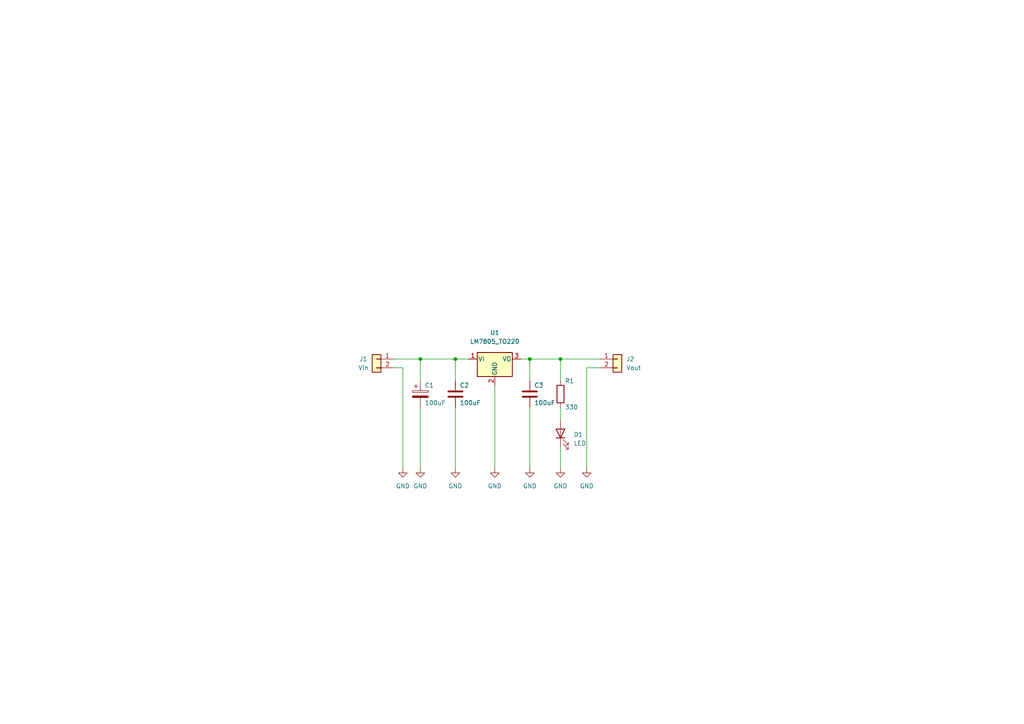
<source format=kicad_sch>
(kicad_sch (version 20211123) (generator eeschema)
  (paper "A4")
  (title_block (title "Regulador 5V") (date "2022-04-07") (rev "0.0.1") (company "Brynden Corp.") (comment 1 "Autor: Eng. Tarcísio Souza de Melo"))
  (lib_symbols
    (symbol "Connector_Generic:Conn_01x02" (pin_names (offset 1.016) hide)
      (property "Reference" "J" (at 0 2.54 0))
      (property "Value" "Conn_01x02" (at 0 -5.08 0))
      (symbol "Conn_01x02_1_1"
        (rectangle (start -1.27 -2.413) (end 0 -2.667) (stroke (width 0.1524)))
        (rectangle (start -1.27 0.127) (end 0 -0.127) (stroke (width 0.1524)))
        (rectangle (start -1.27 1.27) (end 1.27 -3.81) (stroke (width 0.254)) (fill (type background)))
        (pin passive line (at -5.08 0 0) (length 3.81) (name "Pin_1") (number "1"))
        (pin passive line (at -5.08 -2.54 0) (length 3.81) (name "Pin_2") (number "2"))
      )
    )
    (symbol "Device:C" (pin_numbers hide) (pin_names (offset 0.254))
      (property "Reference" "C" (at 0.635 2.54 0))
      (property "Value" "C" (at 0.635 -2.54 0))
      (symbol "C_0_1"
        (polyline (pts (xy -2.032 -0.762) (xy 2.032 -0.762)) (stroke (width 0.508)))
        (polyline (pts (xy -2.032 0.762) (xy 2.032 0.762)) (stroke (width 0.508)))
      )
      (symbol "C_1_1"
        (pin passive line (at 0 3.81 270) (length 2.794) (name "~") (number "1"))
        (pin passive line (at 0 -3.81 90) (length 2.794) (name "~") (number "2"))
      )
    )
    (symbol "Device:C_Polarized" (pin_numbers hide) (pin_names (offset 0.254))
      (property "Reference" "C" (at 0.635 2.54 0))
      (property "Value" "C_Polarized" (at 0.635 -2.54 0))
      (symbol "C_Polarized_0_1"
        (rectangle (start -2.286 0.508) (end 2.286 1.016))
        (polyline (pts (xy -1.778 2.286) (xy -0.762 2.286)))
        (polyline (pts (xy -1.27 2.794) (xy -1.27 1.778)))
        (rectangle (start 2.286 -0.508) (end -2.286 -1.016) (fill (type outline)))
      )
      (symbol "C_Polarized_1_1"
        (pin passive line (at 0 3.81 270) (length 2.794) (name "~") (number "1"))
        (pin passive line (at 0 -3.81 90) (length 2.794) (name "~") (number "2"))
      )
    )
    (symbol "Device:LED" (pin_numbers hide) (pin_names (offset 1.016) hide)
      (property "Reference" "D" (at 0 2.54 0))
      (property "Value" "LED" (at 0 -2.54 0))
      (symbol "LED_0_1"
        (polyline (pts (xy -1.27 -1.27) (xy -1.27 1.27)) (stroke (width 0.254)))
        (polyline (pts (xy -1.27 0) (xy 1.27 0)))
        (polyline (pts (xy 1.27 -1.27) (xy 1.27 1.27) (xy -1.27 0) (xy 1.27 -1.27)) (stroke (width 0.254)))
        (polyline (pts (xy -3.048 -0.762) (xy -4.572 -2.286) (xy -3.81 -2.286) (xy -4.572 -2.286) (xy -4.572 -1.524)))
        (polyline (pts (xy -1.778 -0.762) (xy -3.302 -2.286) (xy -2.54 -2.286) (xy -3.302 -2.286) (xy -3.302 -1.524)))
      )
      (symbol "LED_1_1"
        (pin passive line (at -3.81 0 0) (length 2.54) (name "K") (number "1"))
        (pin passive line (at 3.81 0 180) (length 2.54) (name "A") (number "2"))
      )
    )
    (symbol "Device:R" (pin_numbers hide) (pin_names (offset 0))
      (property "Reference" "R" (at 2.032 0 90))
      (property "Value" "R" (at 0 0 90))
      (symbol "R_0_1"
        (rectangle (start -1.016 -2.54) (end 1.016 2.54) (stroke (width 0.254)))
      )
      (symbol "R_1_1"
        (pin passive line (at 0 3.81 270) (length 1.27) (name "~") (number "1"))
        (pin passive line (at 0 -3.81 90) (length 1.27) (name "~") (number "2"))
      )
    )
    (symbol "Regulator_Linear:LM7805_TO220" (pin_names (offset 0.254))
      (property "Reference" "U" (at -3.81 3.175 0))
      (property "Value" "LM7805_TO220" (at 0 3.175 0))
      (symbol "LM7805_TO220_0_1"
        (rectangle (start -5.08 1.905) (end 5.08 -5.08) (stroke (width 0.254)) (fill (type background)))
      )
      (symbol "LM7805_TO220_1_1"
        (pin power_in line (at -7.62 0 0) (length 2.54) (name "VI") (number "1"))
        (pin power_in line (at 0 -7.62 90) (length 2.54) (name "GND") (number "2"))
        (pin power_out line (at 7.62 0 180) (length 2.54) (name "VO") (number "3"))
      )
    )
    (symbol "power:GND" (power) (pin_names (offset 0))
      (property "Value" "GND" (at 0 -3.81 0))
      (symbol "GND_0_1"
        (polyline (pts (xy 0 0) (xy 0 -1.27) (xy 1.27 -1.27) (xy 0 -2.54) (xy -1.27 -1.27) (xy 0 -1.27)))
      )
      (symbol "GND_1_1"
        (pin power_in line (at 0 0 270) (length 0) hide (name "GND") (number "1"))
      )
    )
  )
  (junction (at 153.67 104.14))
  (junction (at 121.92 104.14))
  (junction (at 162.56 104.14))
  (junction (at 132.08 104.14))
  (wire (pts (xy 151.13 104.14) (xy 153.67 104.14)))
  (wire (pts (xy 162.56 104.14) (xy 162.56 110.49)))
  (wire (pts (xy 170.18 135.89) (xy 170.18 106.68)))
  (wire (pts (xy 170.18 106.68) (xy 173.99 106.68)))
  (wire (pts (xy 132.08 118.11) (xy 132.08 135.89)))
  (wire (pts (xy 114.3 104.14) (xy 121.92 104.14)))
  (wire (pts (xy 143.51 111.76) (xy 143.51 135.89)))
  (wire (pts (xy 162.56 118.11) (xy 162.56 121.92)))
  (wire (pts (xy 121.92 104.14) (xy 121.92 110.49)))
  (wire (pts (xy 116.84 106.68) (xy 114.3 106.68)))
  (wire (pts (xy 162.56 104.14) (xy 173.99 104.14)))
  (wire (pts (xy 121.92 104.14) (xy 132.08 104.14)))
  (wire (pts (xy 116.84 135.89) (xy 116.84 106.68)))
  (wire (pts (xy 162.56 129.54) (xy 162.56 135.89)))
  (wire (pts (xy 132.08 104.14) (xy 132.08 110.49)))
  (wire (pts (xy 121.92 118.11) (xy 121.92 135.89)))
  (wire (pts (xy 153.67 104.14) (xy 153.67 110.49)))
  (wire (pts (xy 132.08 104.14) (xy 135.89 104.14)))
  (wire (pts (xy 153.67 104.14) (xy 162.56 104.14)))
  (wire (pts (xy 153.67 118.11) (xy 153.67 135.89)))
  (symbol (lib_id "Connector_Generic:Conn_01x02") (at 109.22 104.14 0) (mirror y) (unit 1)
    (property "Reference" "J1" (at 105.41 104.14 0))
    (property "Value" "Vin" (at 105.41 106.68 0))
    (property "Footprint" "Connector_PinHeader_2.00mm:PinHeader_1x02_P2.00mm_Vertical" (effects hide))
  )
  (symbol (lib_id "Device:C_Polarized") (at 121.92 114.3 0) (unit 1)
    (property "Reference" "C1" (at 123.19 111.76 0) (effects (justify left)))
    (property "Value" "100uF" (at 123.19 116.84 0) (effects (justify left)))
    (property "Footprint" "Capacitor_THT:CP_Radial_D10.0mm_P3.50mm" (effects hide))
  )
  (symbol (lib_id "power:GND") (at 170.18 135.89 0) (unit 1)
    (property "Reference" "#PWR07" (effects hide))
    (property "Value" "GND" (at 170.18 140.97 0))
  )
  (symbol (lib_id "power:GND") (at 132.08 135.89 0) (unit 1)
    (property "Reference" "#PWR03" (effects hide))
    (property "Value" "GND" (at 132.08 140.97 0))
  )
  (symbol (lib_id "Device:LED") (at 162.56 125.73 90) (unit 1)
    (property "Reference" "D1" (at 166.37 126.0474 90) (effects (justify right)))
    (property "Value" "LED" (at 166.37 128.5874 90) (effects (justify right)))
    (property "Footprint" "LED_THT:LED_D5.0mm_IRGrey" (effects hide))
  )
  (symbol (lib_id "Connector_Generic:Conn_01x02") (at 179.07 104.14 0) (unit 1)
    (property "Reference" "J2" (at 181.61 104.1399 0) (effects (justify left)))
    (property "Value" "Vout" (at 181.61 106.6799 0) (effects (justify left)))
    (property "Footprint" "Connector_PinHeader_2.00mm:PinHeader_1x02_P2.00mm_Vertical" (effects hide))
  )
  (symbol (lib_id "Regulator_Linear:LM7805_TO220") (at 143.51 104.14 0) (unit 1)
    (property "Reference" "U1" (at 143.51 96.52 0))
    (property "Value" "LM7805_TO220" (at 143.51 99.06 0))
    (property "Footprint" "Package_TO_SOT_THT:TO-220-3_Vertical" (effects hide))
    (property "Datasheet" "https://www.onsemi.cn/PowerSolutions/document/MC7800-D.PDF" (effects hide))
  )
  (symbol (lib_id "Device:C") (at 132.08 114.3 0) (unit 1)
    (property "Reference" "C2" (at 133.35 111.76 0) (effects (justify left)))
    (property "Value" "100uF" (at 133.35 116.84 0) (effects (justify left)))
    (property "Footprint" "Capacitor_THT:C_Disc_D5.0mm_W2.5mm_P5.00mm" (effects hide))
  )
  (symbol (lib_id "power:GND") (at 116.84 135.89 0) (unit 1)
    (property "Reference" "#PWR01" (effects hide))
    (property "Value" "GND" (at 116.84 140.97 0))
  )
  (symbol (lib_id "Device:R") (at 162.56 114.3 0) (unit 1)
    (property "Reference" "R1" (at 163.83 110.49 0) (effects (justify left)))
    (property "Value" "330" (at 163.83 118.11 0) (effects (justify left)))
    (property "Footprint" "Resistor_THT:R_Axial_DIN0207_L6.3mm_D2.5mm_P7.62mm_Horizontal" (effects hide))
  )
  (symbol (lib_id "power:GND") (at 143.51 135.89 0) (unit 1)
    (property "Reference" "#PWR04" (effects hide))
    (property "Value" "GND" (at 143.51 140.97 0))
  )
  (symbol (lib_id "power:GND") (at 121.92 135.89 0) (unit 1)
    (property "Reference" "#PWR02" (effects hide))
    (property "Value" "GND" (at 121.92 140.97 0))
  )
  (symbol (lib_id "power:GND") (at 153.67 135.89 0) (unit 1)
    (property "Reference" "#PWR05" (effects hide))
    (property "Value" "GND" (at 153.67 140.97 0))
  )
  (symbol (lib_id "Device:C") (at 153.67 114.3 0) (unit 1)
    (property "Reference" "C3" (at 154.94 111.76 0) (effects (justify left)))
    (property "Value" "100uF" (at 154.94 116.84 0) (effects (justify left)))
    (property "Footprint" "Capacitor_THT:C_Disc_D5.0mm_W2.5mm_P5.00mm" (effects hide))
  )
  (symbol (lib_id "power:GND") (at 162.56 135.89 0) (unit 1)
    (property "Reference" "#PWR06" (effects hide))
    (property "Value" "GND" (at 162.56 140.97 0))
  )
)
</source>
